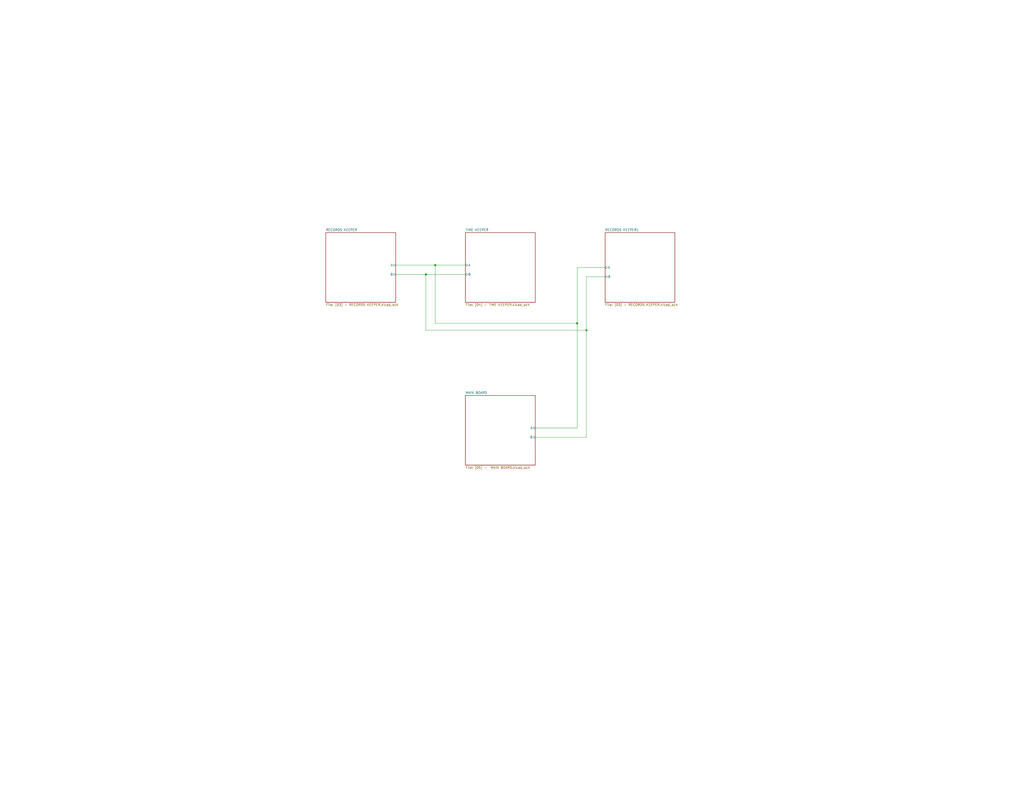
<source format=kicad_sch>
(kicad_sch
	(version 20231120)
	(generator "eeschema")
	(generator_version "8.0")
	(uuid "d659953c-3596-46ea-a42a-7803b116db47")
	(paper "C")
	(title_block
		(title "Mini-Scoreboard")
		(date "2024-07-11")
		(rev "v1.0")
		(company "Mend0z0")
		(comment 1 "v1.0")
		(comment 2 "PRELIMINARY")
		(comment 3 "Siavash Taher Parvar")
		(comment 4 "_BOM_Mini-Scoreboard_v1.0.html")
		(comment 5 "_PCB_Mini-Scoreboard_v1.0.kicad_pcb")
		(comment 6 "_GBR_Mini-Scoreboard_v1.0.zip")
		(comment 7 "_ASM_Mini-Scoreboard_v1.0.html")
		(comment 8 "n/A")
		(comment 9 "First Release")
	)
	(lib_symbols)
	(junction
		(at 237.49 144.78)
		(diameter 0)
		(color 0 0 0 0)
		(uuid "0ec37380-aabd-4815-819c-eb0c8b3546cf")
	)
	(junction
		(at 232.41 149.86)
		(diameter 0)
		(color 0 0 0 0)
		(uuid "70b7233f-4902-43c1-bed4-936e535fc43c")
	)
	(junction
		(at 314.96 176.53)
		(diameter 0)
		(color 0 0 0 0)
		(uuid "72d7927a-25b2-4c2b-ae9b-fc481807456c")
	)
	(junction
		(at 320.04 180.34)
		(diameter 0)
		(color 0 0 0 0)
		(uuid "b89e7f65-7545-4bb1-a7f6-b54f044625a6")
	)
	(wire
		(pts
			(xy 237.49 176.53) (xy 314.96 176.53)
		)
		(stroke
			(width 0)
			(type default)
		)
		(uuid "09593183-e6ec-4cf5-b6d6-42cb89ef0b5f")
	)
	(wire
		(pts
			(xy 215.9 149.86) (xy 232.41 149.86)
		)
		(stroke
			(width 0)
			(type default)
		)
		(uuid "09bbaed4-04b2-47bb-b02a-99cfba2e313b")
	)
	(wire
		(pts
			(xy 330.2 151.13) (xy 320.04 151.13)
		)
		(stroke
			(width 0)
			(type default)
		)
		(uuid "0b618358-d0eb-4a83-8784-c7bf0116e14b")
	)
	(wire
		(pts
			(xy 314.96 146.05) (xy 314.96 176.53)
		)
		(stroke
			(width 0)
			(type default)
		)
		(uuid "2668f107-2023-4ae9-97b2-cf3f8d647200")
	)
	(wire
		(pts
			(xy 237.49 144.78) (xy 254 144.78)
		)
		(stroke
			(width 0)
			(type default)
		)
		(uuid "27a6ba8b-9959-4ca7-8a6e-6571b4a283fd")
	)
	(wire
		(pts
			(xy 320.04 151.13) (xy 320.04 180.34)
		)
		(stroke
			(width 0)
			(type default)
		)
		(uuid "289749f4-976d-451d-a2e8-80b6084f60de")
	)
	(wire
		(pts
			(xy 215.9 144.78) (xy 237.49 144.78)
		)
		(stroke
			(width 0)
			(type default)
		)
		(uuid "3146a682-4c55-4cd9-86e9-c622168e40cb")
	)
	(wire
		(pts
			(xy 320.04 238.76) (xy 292.1 238.76)
		)
		(stroke
			(width 0)
			(type default)
		)
		(uuid "562e6275-45d9-40f9-bebc-1aa3ed7a95ac")
	)
	(wire
		(pts
			(xy 320.04 180.34) (xy 320.04 238.76)
		)
		(stroke
			(width 0)
			(type default)
		)
		(uuid "58531431-c108-4ddc-b122-c492d53f3d14")
	)
	(wire
		(pts
			(xy 232.41 149.86) (xy 232.41 180.34)
		)
		(stroke
			(width 0)
			(type default)
		)
		(uuid "ab482a9f-4411-40c0-9ed1-ade7f8a22b78")
	)
	(wire
		(pts
			(xy 330.2 146.05) (xy 314.96 146.05)
		)
		(stroke
			(width 0)
			(type default)
		)
		(uuid "b0c01c86-15c0-4081-ba80-ee9156c13d05")
	)
	(wire
		(pts
			(xy 314.96 176.53) (xy 314.96 233.68)
		)
		(stroke
			(width 0)
			(type default)
		)
		(uuid "b6412b8c-1f3f-4aa3-bdfd-9bafa0b7290e")
	)
	(wire
		(pts
			(xy 232.41 180.34) (xy 320.04 180.34)
		)
		(stroke
			(width 0)
			(type default)
		)
		(uuid "cbaa9d98-0840-48dd-9ee2-210e71d9b3d9")
	)
	(wire
		(pts
			(xy 237.49 144.78) (xy 237.49 176.53)
		)
		(stroke
			(width 0)
			(type default)
		)
		(uuid "d0239e33-6442-47fc-8307-a7918fce57f9")
	)
	(wire
		(pts
			(xy 232.41 149.86) (xy 254 149.86)
		)
		(stroke
			(width 0)
			(type default)
		)
		(uuid "d0412981-927b-4229-8303-524fb83bf83f")
	)
	(wire
		(pts
			(xy 314.96 233.68) (xy 292.1 233.68)
		)
		(stroke
			(width 0)
			(type default)
		)
		(uuid "ffe3be1f-56b7-43c7-8b5b-0a58e341d9c0")
	)
	(sheet
		(at 330.2 127)
		(size 38.1 38.1)
		(fields_autoplaced yes)
		(stroke
			(width 0.1524)
			(type solid)
		)
		(fill
			(color 0 0 0 0.0000)
		)
		(uuid "29df82d1-e7a0-42f2-aff8-00da25d7625e")
		(property "Sheetname" "RECORDS KEEPER1"
			(at 330.2 126.2884 0)
			(effects
				(font
					(size 1.27 1.27)
				)
				(justify left bottom)
			)
		)
		(property "Sheetfile" "[03] - RECORDS KEEPER.kicad_sch"
			(at 330.2 165.6846 0)
			(effects
				(font
					(size 1.27 1.27)
				)
				(justify left top)
			)
		)
		(pin "B" bidirectional
			(at 330.2 151.13 180)
			(effects
				(font
					(size 1.27 1.27)
				)
				(justify left)
			)
			(uuid "0a819225-bc65-4901-8466-ad1f6195927c")
		)
		(pin "A" bidirectional
			(at 330.2 146.05 180)
			(effects
				(font
					(size 1.27 1.27)
				)
				(justify left)
			)
			(uuid "4fb59d26-ffe2-4092-9676-4bf4dd6581df")
		)
		(instances
			(project "_HW_Mini-Scoreboard"
				(path "/d8b9b213-6982-4461-908c-72226e9b7d64/c9b0d1bc-404d-4e82-8a2e-ab8db09511da"
					(page "182")
				)
			)
		)
	)
	(sheet
		(at 177.8 127)
		(size 38.1 38.1)
		(fields_autoplaced yes)
		(stroke
			(width 0.1524)
			(type solid)
		)
		(fill
			(color 0 0 0 0.0000)
		)
		(uuid "30e346ea-1619-4141-b4a7-269108032fc4")
		(property "Sheetname" "RECORDS KEEPER"
			(at 177.8 126.2884 0)
			(effects
				(font
					(size 1.27 1.27)
				)
				(justify left bottom)
			)
		)
		(property "Sheetfile" "[03] - RECORDS KEEPER.kicad_sch"
			(at 177.8 165.6846 0)
			(effects
				(font
					(size 1.27 1.27)
				)
				(justify left top)
			)
		)
		(pin "B" bidirectional
			(at 215.9 149.86 0)
			(effects
				(font
					(size 1.27 1.27)
				)
				(justify right)
			)
			(uuid "13e99d8a-4a2e-4699-85fb-d8e445d93ba0")
		)
		(pin "A" bidirectional
			(at 215.9 144.78 0)
			(effects
				(font
					(size 1.27 1.27)
				)
				(justify right)
			)
			(uuid "abe28615-0daf-4598-aa6d-1730814c1521")
		)
		(instances
			(project "_HW_Mini-Scoreboard"
				(path "/d8b9b213-6982-4461-908c-72226e9b7d64/c9b0d1bc-404d-4e82-8a2e-ab8db09511da"
					(page "3")
				)
			)
		)
	)
	(sheet
		(at 254 215.9)
		(size 38.1 38.1)
		(fields_autoplaced yes)
		(stroke
			(width 0.1524)
			(type solid)
		)
		(fill
			(color 0 0 0 0.0000)
		)
		(uuid "5158d457-1542-4ac0-947e-48e2eb5ee55a")
		(property "Sheetname" "MAIN BOARD"
			(at 254 215.1884 0)
			(effects
				(font
					(size 1.27 1.27)
				)
				(justify left bottom)
			)
		)
		(property "Sheetfile" "[05] -  MAIN BOARD.kicad_sch"
			(at 254 254.5846 0)
			(effects
				(font
					(size 1.27 1.27)
				)
				(justify left top)
			)
		)
		(pin "B" bidirectional
			(at 292.1 238.76 0)
			(effects
				(font
					(size 1.27 1.27)
				)
				(justify right)
			)
			(uuid "93ba88d5-bd91-4bcd-9085-618becf27430")
		)
		(pin "A" bidirectional
			(at 292.1 233.68 0)
			(effects
				(font
					(size 1.27 1.27)
				)
				(justify right)
			)
			(uuid "d4b5fad2-f914-45f3-ab6a-c7f05f274d37")
		)
		(instances
			(project "_HW_Mini-Scoreboard"
				(path "/d8b9b213-6982-4461-908c-72226e9b7d64/c9b0d1bc-404d-4e82-8a2e-ab8db09511da"
					(page "5")
				)
			)
		)
	)
	(sheet
		(at 254 127)
		(size 38.1 38.1)
		(fields_autoplaced yes)
		(stroke
			(width 0.1524)
			(type solid)
		)
		(fill
			(color 0 0 0 0.0000)
		)
		(uuid "ab14e36f-d6f5-4615-ad8e-da8358b6603d")
		(property "Sheetname" "TIME KEEPER"
			(at 254 126.2884 0)
			(effects
				(font
					(size 1.27 1.27)
				)
				(justify left bottom)
			)
		)
		(property "Sheetfile" "[04] - TIME KEEPER.kicad_sch"
			(at 254 165.6846 0)
			(effects
				(font
					(size 1.27 1.27)
				)
				(justify left top)
			)
		)
		(pin "A" bidirectional
			(at 254 144.78 180)
			(effects
				(font
					(size 1.27 1.27)
				)
				(justify left)
			)
			(uuid "e3106535-88ed-4553-87bc-0bcdef6f18a8")
		)
		(pin "B" bidirectional
			(at 254 149.86 180)
			(effects
				(font
					(size 1.27 1.27)
				)
				(justify left)
			)
			(uuid "12d6adfb-6507-45a2-9561-602e147143e9")
		)
		(instances
			(project "_HW_Mini-Scoreboard"
				(path "/d8b9b213-6982-4461-908c-72226e9b7d64/c9b0d1bc-404d-4e82-8a2e-ab8db09511da"
					(page "4")
				)
			)
		)
	)
)

</source>
